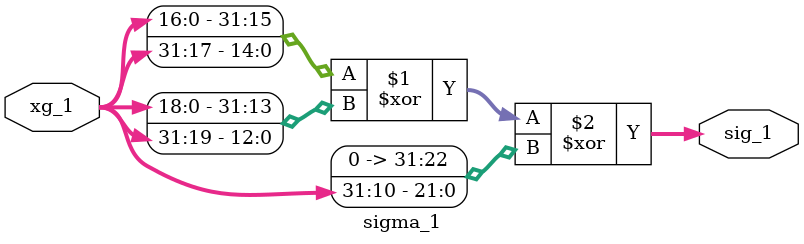
<source format=v>
`default_nettype none
module sigma_1 (
				xg_1,
				sig_1				
				);

input	[31:0] 	xg_1;
output	[31:0]	sig_1;

assign sig_1 =  ( { xg_1[16:0] , xg_1[31:17] } ^ { xg_1[18:0] , xg_1[31:19] } ^ { 10'b0 , xg_1[31:10] } );


endmodule

</source>
